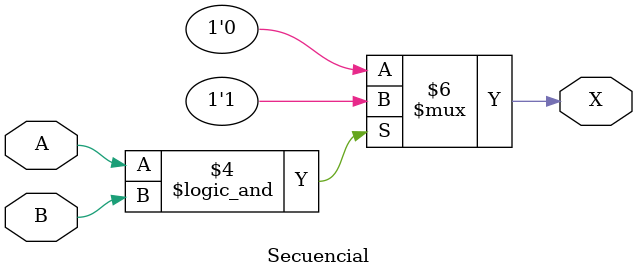
<source format=v>
module Secuencial(A,B,X);

//Puertos
input A,B;
output reg X;  //Hacer X un registro
//alambres


//Asignaciones
always @(A,B)
begin
	if((A==1) && (B==1))
	begin
		X=1;	//No se puede dar valores a la salida se necesita registro
	end
	else
	begin
		X=0;
	end
end


endmodule
</source>
